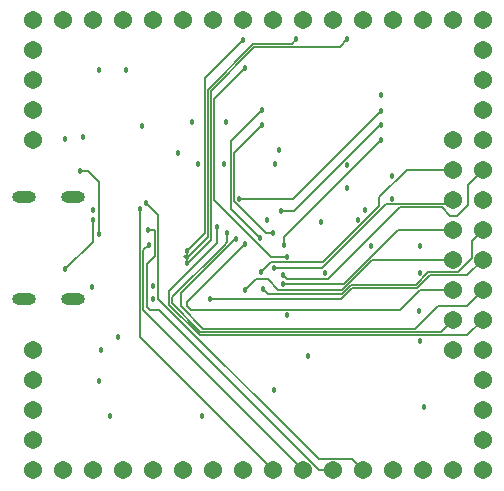
<source format=gbr>
%TF.GenerationSoftware,KiCad,Pcbnew,(6.0.6)*%
%TF.CreationDate,2024-09-09T22:51:05-04:00*%
%TF.ProjectId,ta-expt-v2,74612d65-7870-4742-9d76-322e6b696361,rev?*%
%TF.SameCoordinates,Original*%
%TF.FileFunction,Copper,L4,Bot*%
%TF.FilePolarity,Positive*%
%FSLAX46Y46*%
G04 Gerber Fmt 4.6, Leading zero omitted, Abs format (unit mm)*
G04 Created by KiCad (PCBNEW (6.0.6)) date 2024-09-09 22:51:05*
%MOMM*%
%LPD*%
G01*
G04 APERTURE LIST*
%TA.AperFunction,ComponentPad*%
%ADD10O,2.000000X1.000000*%
%TD*%
%TA.AperFunction,ComponentPad*%
%ADD11C,1.540000*%
%TD*%
%TA.AperFunction,ViaPad*%
%ADD12C,0.457200*%
%TD*%
%TA.AperFunction,Conductor*%
%ADD13C,0.127000*%
%TD*%
G04 APERTURE END LIST*
D10*
%TO.P,J9,M1*%
%TO.N,N/C*%
X139339995Y-103937800D03*
%TO.P,J9,M2*%
X139339995Y-112577800D03*
%TO.P,J9,M3*%
X135159995Y-103937800D03*
%TO.P,J9,M4*%
X135159995Y-112577800D03*
%TD*%
D11*
%TO.P,J1,1,Pin_1*%
%TO.N,unconnected-(J1-Pad1)*%
X135950000Y-88950000D03*
%TO.P,J1,2,Pin_2*%
%TO.N,unconnected-(J1-Pad2)*%
X138490000Y-88950000D03*
%TO.P,J1,3,Pin_3*%
%TO.N,GND*%
X141030000Y-88950000D03*
%TO.P,J1,4,Pin_4*%
%TO.N,unconnected-(J1-Pad4)*%
X143570000Y-88950000D03*
%TO.P,J1,5,Pin_5*%
%TO.N,unconnected-(J1-Pad5)*%
X146110000Y-88950000D03*
%TO.P,J1,6,Pin_6*%
%TO.N,unconnected-(J1-Pad6)*%
X148650000Y-88950000D03*
%TO.P,J1,7,Pin_7*%
%TO.N,/NRST*%
X151190000Y-88950000D03*
%TO.P,J1,8,Pin_8*%
%TO.N,/USART1_CK*%
X153730000Y-88950000D03*
%TO.P,J1,9,Pin_9*%
%TO.N,/USART1_CTS*%
X156270000Y-88950000D03*
%TO.P,J1,10,Pin_10*%
%TO.N,/USART1_TX*%
X158810000Y-88950000D03*
%TO.P,J1,11,Pin_11*%
%TO.N,/USART1_RX*%
X161350000Y-88950000D03*
%TO.P,J1,12,Pin_12*%
%TO.N,/USART1_RTS*%
X163890000Y-88950000D03*
%TO.P,J1,13,Pin_13*%
%TO.N,unconnected-(J1-Pad13)*%
X166430000Y-88950000D03*
%TO.P,J1,14,Pin_14*%
%TO.N,unconnected-(J1-Pad14)*%
X168970000Y-88950000D03*
%TO.P,J1,15,Pin_15*%
%TO.N,unconnected-(J1-Pad15)*%
X171510000Y-88950000D03*
%TO.P,J1,16,Pin_16*%
%TO.N,unconnected-(J1-Pad16)*%
X174050000Y-88950000D03*
%TD*%
%TO.P,J4,1,Pin_1*%
%TO.N,VDD*%
X135950000Y-116890000D03*
%TO.P,J4,2,Pin_2*%
%TO.N,GND*%
X135950000Y-119430000D03*
%TO.P,J4,3,Pin_3*%
%TO.N,/SWDIO*%
X135950000Y-121970000D03*
%TO.P,J4,4,Pin_4*%
%TO.N,/SWCLK*%
X135950000Y-124510000D03*
%TD*%
%TO.P,J8,1,Pin_1*%
%TO.N,/DCMI_D0*%
X174040800Y-114300000D03*
%TO.P,J8,2,Pin_2*%
%TO.N,/DCMI_D1*%
X171500800Y-114300000D03*
%TO.P,J8,3,Pin_3*%
%TO.N,/DCMI_D2*%
X174040800Y-111760000D03*
%TO.P,J8,4,Pin_4*%
%TO.N,/DCMI_D3*%
X171500800Y-111760000D03*
%TO.P,J8,5,Pin_5*%
%TO.N,/DCMI_D4*%
X174040800Y-109220000D03*
%TO.P,J8,6,Pin_6*%
%TO.N,/DCMI_D5*%
X171500800Y-109220000D03*
%TO.P,J8,7,Pin_7*%
%TO.N,/DCMI_D6*%
X174040800Y-106680000D03*
%TO.P,J8,8,Pin_8*%
%TO.N,/DCMI_D7*%
X171500800Y-106680000D03*
%TO.P,J8,9,Pin_9*%
%TO.N,unconnected-(J8-Pad9)*%
X174040800Y-104140000D03*
%TO.P,J8,10,Pin_10*%
%TO.N,/DCMI_PIXCLK*%
X171500800Y-104140000D03*
%TO.P,J8,11,Pin_11*%
%TO.N,/DCMI_HSYNC*%
X174040800Y-101600000D03*
%TO.P,J8,12,Pin_12*%
%TO.N,/DCMI_VSYNC*%
X171500800Y-101600000D03*
%TD*%
%TO.P,J3,1,Pin_1*%
%TO.N,unconnected-(J3-Pad1)*%
X135950000Y-99110000D03*
%TO.P,J3,2,Pin_2*%
%TO.N,GND*%
X135950000Y-96570000D03*
%TO.P,J3,3,Pin_3*%
%TO.N,unconnected-(J3-Pad3)*%
X135950000Y-94030000D03*
%TO.P,J3,4,Pin_4*%
%TO.N,unconnected-(J3-Pad4)*%
X135950000Y-91490000D03*
%TD*%
%TO.P,J5,1,Pin_1*%
%TO.N,unconnected-(J5-Pad1)*%
X171510000Y-99110000D03*
%TO.P,J5,2,Pin_2*%
%TO.N,unconnected-(J5-Pad2)*%
X174050000Y-99110000D03*
%TO.P,J5,3,Pin_3*%
%TO.N,unconnected-(J5-Pad3)*%
X174050000Y-96570000D03*
%TO.P,J5,4,Pin_4*%
%TO.N,unconnected-(J5-Pad4)*%
X174050000Y-94030000D03*
%TO.P,J5,5,Pin_5*%
%TO.N,unconnected-(J5-Pad5)*%
X174050000Y-91490000D03*
%TD*%
%TO.P,J2,1,Pin_1*%
%TO.N,unconnected-(J2-Pad1)*%
X135950000Y-127050000D03*
%TO.P,J2,2,Pin_2*%
%TO.N,unconnected-(J2-Pad2)*%
X138490000Y-127050000D03*
%TO.P,J2,3,Pin_3*%
%TO.N,unconnected-(J2-Pad3)*%
X141030000Y-127050000D03*
%TO.P,J2,4,Pin_4*%
%TO.N,unconnected-(J2-Pad4)*%
X143570000Y-127050000D03*
%TO.P,J2,5,Pin_5*%
%TO.N,unconnected-(J2-Pad5)*%
X146110000Y-127050000D03*
%TO.P,J2,6,Pin_6*%
%TO.N,unconnected-(J2-Pad6)*%
X148650000Y-127050000D03*
%TO.P,J2,7,Pin_7*%
%TO.N,unconnected-(J2-Pad7)*%
X151190000Y-127050000D03*
%TO.P,J2,8,Pin_8*%
%TO.N,/BOOT0*%
X153730000Y-127050000D03*
%TO.P,J2,9,Pin_9*%
%TO.N,/LPUART_CTS*%
X156270000Y-127050000D03*
%TO.P,J2,10,Pin_10*%
%TO.N,/LPUART_TX*%
X158810000Y-127050000D03*
%TO.P,J2,11,Pin_11*%
%TO.N,/LPUART_RX*%
X161350000Y-127050000D03*
%TO.P,J2,12,Pin_12*%
%TO.N,/LPUART_RTS*%
X163890000Y-127050000D03*
%TO.P,J2,13,Pin_13*%
%TO.N,unconnected-(J2-Pad13)*%
X166430000Y-127050000D03*
%TO.P,J2,14,Pin_14*%
%TO.N,unconnected-(J2-Pad14)*%
X168970000Y-127050000D03*
%TO.P,J2,15,Pin_15*%
%TO.N,unconnected-(J2-Pad15)*%
X171510000Y-127050000D03*
%TO.P,J2,16,Pin_16*%
%TO.N,unconnected-(J2-Pad16)*%
X174050000Y-127050000D03*
%TD*%
%TO.P,J6,1,Pin_1*%
%TO.N,unconnected-(J6-Pad1)*%
X171500000Y-116890000D03*
%TO.P,J6,2,Pin_2*%
%TO.N,unconnected-(J6-Pad2)*%
X174040000Y-116890000D03*
%TO.P,J6,3,Pin_3*%
%TO.N,GND*%
X174040000Y-119430000D03*
%TO.P,J6,4,Pin_4*%
%TO.N,unconnected-(J6-Pad4)*%
X174040000Y-121970000D03*
%TO.P,J6,5,Pin_5*%
%TO.N,unconnected-(J6-Pad5)*%
X174040000Y-124510000D03*
%TD*%
D12*
%TO.N,GND*%
X142443200Y-122478800D03*
X160324800Y-106019600D03*
X168706800Y-108051600D03*
X140208000Y-98856800D03*
X138684000Y-99009200D03*
X168656000Y-113538000D03*
X143814800Y-93167200D03*
X156768800Y-99923600D03*
X168706800Y-116078000D03*
X149402800Y-97536000D03*
X168706800Y-110337600D03*
X164541200Y-108051600D03*
X156362400Y-120243600D03*
X152298400Y-97586800D03*
X169062400Y-121666000D03*
X166319200Y-104089200D03*
X149910800Y-101142800D03*
X150266400Y-122478800D03*
X141020800Y-105054400D03*
X141528800Y-93167200D03*
X146100800Y-111455200D03*
X166319200Y-102158800D03*
X159258000Y-117348000D03*
X160629600Y-110388400D03*
X143154400Y-115773200D03*
X162560000Y-103124000D03*
X163423600Y-105867200D03*
X162560000Y-101244400D03*
X140970000Y-111506000D03*
X156413200Y-101142800D03*
%TO.N,/VDD_FILT*%
X148183600Y-100177600D03*
X165404800Y-95300800D03*
X155752800Y-105867200D03*
X141732000Y-116890800D03*
X146100800Y-112522000D03*
X141528800Y-119481600D03*
X152146000Y-101092000D03*
X157480000Y-113944400D03*
X164033200Y-105054400D03*
X145135600Y-97942400D03*
%TO.N,/NRST*%
X157480000Y-108966000D03*
X153924000Y-92964000D03*
%TO.N,/VBUS*%
X138684000Y-110032800D03*
X141020800Y-105867200D03*
%TO.N,/DCMI_D7*%
X157073600Y-111252000D03*
%TO.N,/DCMI_D6*%
X155448000Y-111709200D03*
%TO.N,/DCMI_VSYNC*%
X155244800Y-110236000D03*
%TO.N,/DCMI_D5*%
X153924000Y-111760000D03*
%TO.N,/DCMI_D4*%
X150926800Y-112572800D03*
%TO.N,/USART1_RX*%
X148945600Y-109474000D03*
X162560000Y-90576400D03*
%TO.N,/USART1_TX*%
X148945600Y-108966000D03*
X158242000Y-90576400D03*
%TO.N,/USART1_CK*%
X148945600Y-108458000D03*
X153720800Y-90627200D03*
%TO.N,/DCMI_D3*%
X153873200Y-107899200D03*
%TO.N,/DCMI_D2*%
X153111200Y-107442000D03*
%TO.N,/DCMI_D1*%
X152400000Y-106934000D03*
%TO.N,/DCMI_D0*%
X151536400Y-106476800D03*
%TO.N,/LPUART_CTS*%
X144983200Y-104952800D03*
%TO.N,/LPUART_RTS*%
X145542000Y-104444800D03*
%TO.N,/LPUART_TX*%
X145719800Y-107975400D03*
%TO.N,/LPUART_RX*%
X145643600Y-106680000D03*
%TO.N,/QUADSPI_BK2_IO3*%
X153416000Y-104089200D03*
X165404800Y-96621600D03*
%TO.N,/DCMI_PIXCLK*%
X156362400Y-109931200D03*
%TO.N,/DCMI_HSYNC*%
X157073600Y-110490000D03*
%TO.N,/QUADSPI_CLK*%
X156921200Y-105105200D03*
X165404800Y-97840800D03*
%TO.N,/QUADSPI_BK2_IO2*%
X156260800Y-106984800D03*
X155295600Y-97840800D03*
%TO.N,/QUADSPI_BK2_IO1*%
X155168600Y-107416600D03*
X155295600Y-96570800D03*
%TO.N,/QUADSPI_BK2_IO0*%
X165404800Y-99110800D03*
X157175200Y-107950000D03*
%TO.N,Net-(J9-PadA5)*%
X141528800Y-107035600D03*
X139903200Y-101701600D03*
%TD*%
D13*
%TO.N,/NRST*%
X157480000Y-108966000D02*
X156066754Y-108966000D01*
X151282400Y-104181646D02*
X151282400Y-95605600D01*
X156066754Y-108966000D02*
X151282400Y-104181646D01*
X151282400Y-95605600D02*
X153924000Y-92964000D01*
%TO.N,/VBUS*%
X141020800Y-107696000D02*
X141020800Y-105867200D01*
X138684000Y-110032800D02*
X141020800Y-107696000D01*
%TO.N,/DCMI_D7*%
X162255200Y-111252000D02*
X166827200Y-106680000D01*
X157073600Y-111252000D02*
X162255200Y-111252000D01*
X166827200Y-106680000D02*
X171500800Y-106680000D01*
%TO.N,/DCMI_D6*%
X174040800Y-106680000D02*
X173080300Y-107640500D01*
X169468800Y-110286800D02*
X169408846Y-110286800D01*
X169408846Y-110286800D02*
X168338436Y-111357210D01*
X155861620Y-112122820D02*
X155448000Y-111709200D01*
X173080300Y-107640500D02*
X173080300Y-109113700D01*
X162102800Y-112122820D02*
X157625180Y-112122820D01*
X168338436Y-111357210D02*
X162868410Y-111357210D01*
X157625180Y-112122820D02*
X155861620Y-112122820D01*
X172008800Y-110185200D02*
X171907200Y-110286800D01*
X162868410Y-111357210D02*
X162102800Y-112122820D01*
X173080300Y-109113700D02*
X172008800Y-110185200D01*
X171907200Y-110286800D02*
X169468800Y-110286800D01*
%TO.N,/DCMI_VSYNC*%
X160515546Y-109426500D02*
X165252400Y-104689646D01*
X167589200Y-101600000D02*
X171500800Y-101600000D01*
X155244800Y-110236000D02*
X156054300Y-109426500D01*
X156054300Y-109426500D02*
X160515546Y-109426500D01*
X165252400Y-103936800D02*
X167589200Y-101600000D01*
X165252400Y-104689646D02*
X165252400Y-103936800D01*
%TO.N,/DCMI_D5*%
X162106410Y-111760000D02*
X156667200Y-111760000D01*
X164646410Y-109220000D02*
X162106410Y-111760000D01*
X154787600Y-110896400D02*
X153924000Y-111760000D01*
X155803600Y-110896400D02*
X154787600Y-110896400D01*
X171500800Y-109220000D02*
X164646410Y-109220000D01*
X156667200Y-111760000D02*
X155803600Y-110896400D01*
%TO.N,/DCMI_D4*%
X162973620Y-111611210D02*
X162387615Y-112197215D01*
X172720000Y-110540800D02*
X169519600Y-110540800D01*
X168300400Y-111611210D02*
X162973620Y-111611210D01*
X162387615Y-112197215D02*
X162012030Y-112572800D01*
X168449190Y-111611210D02*
X168300400Y-111611210D01*
X169519600Y-110540800D02*
X168449190Y-111611210D01*
X162012030Y-112572800D02*
X150926800Y-112572800D01*
X174040800Y-109220000D02*
X172720000Y-110540800D01*
%TO.N,/USART1_RX*%
X162560000Y-90576400D02*
X162610800Y-90525600D01*
X160782000Y-91236800D02*
X161899600Y-91236800D01*
X157784800Y-91236800D02*
X160782000Y-91236800D01*
X154689610Y-91236800D02*
X157784800Y-91236800D01*
X150977600Y-94996000D02*
X150977600Y-94948810D01*
X148945600Y-109474000D02*
X149088846Y-109474000D01*
X149088846Y-109474000D02*
X150977600Y-107585246D01*
X161899600Y-91236800D02*
X162560000Y-90576400D01*
X150977600Y-94948810D02*
X154689610Y-91236800D01*
X150977600Y-107585246D02*
X150977600Y-94996000D01*
%TO.N,/USART1_TX*%
X150723600Y-94843600D02*
X154584400Y-90982800D01*
X150723600Y-107331246D02*
X150723600Y-106629200D01*
X149136346Y-108918500D02*
X150723600Y-107331246D01*
X148802354Y-108966000D02*
X148754854Y-108918500D01*
X157835600Y-90982800D02*
X158242000Y-90576400D01*
X154584400Y-90982800D02*
X157835600Y-90982800D01*
X148754854Y-108918500D02*
X149136346Y-108918500D01*
X150723600Y-106629200D02*
X150723600Y-94843600D01*
X150723600Y-106629200D02*
X150723600Y-106476800D01*
X148945600Y-108966000D02*
X148802354Y-108966000D01*
%TO.N,/USART1_CK*%
X150469600Y-106934000D02*
X150469600Y-93878400D01*
X148945600Y-108458000D02*
X150469600Y-106934000D01*
X150469600Y-93878400D02*
X153720800Y-90627200D01*
%TO.N,/DCMI_D3*%
X149348700Y-113483900D02*
X148996400Y-113131600D01*
X168706800Y-111760000D02*
X167944800Y-112522000D01*
X148996400Y-112776000D02*
X153873200Y-107899200D01*
X167944800Y-112522000D02*
X166982900Y-113483900D01*
X171500800Y-111760000D02*
X168706800Y-111760000D01*
X166982900Y-113483900D02*
X149348700Y-113483900D01*
X148996400Y-113131600D02*
X148996400Y-112776000D01*
%TO.N,/DCMI_D2*%
X148437600Y-112068410D02*
X151792205Y-108713805D01*
X150366195Y-115060195D02*
X148437600Y-113131600D01*
X172679548Y-113121252D02*
X170239343Y-113121252D01*
X174040800Y-111760000D02*
X172679548Y-113121252D01*
X170239343Y-113121252D02*
X168300400Y-115060195D01*
X148437600Y-113131600D02*
X148437600Y-112068410D01*
X168300400Y-115060195D02*
X150366195Y-115060195D01*
X153064010Y-107442000D02*
X153111200Y-107442000D01*
X151792205Y-108713805D02*
X153064010Y-107442000D01*
%TO.N,/DCMI_D1*%
X147726400Y-112420400D02*
X152095200Y-108051600D01*
X152400000Y-107746800D02*
X152400000Y-106934000D01*
X147726400Y-112924790D02*
X147726400Y-112776000D01*
X147726400Y-112776000D02*
X147726400Y-112420400D01*
X150115805Y-115314195D02*
X147726400Y-112924790D01*
X152095200Y-108051600D02*
X152400000Y-107746800D01*
X170486605Y-115314195D02*
X150115805Y-115314195D01*
X171500800Y-114300000D02*
X170486605Y-115314195D01*
%TO.N,/DCMI_D0*%
X151536400Y-107848400D02*
X151536400Y-106476800D01*
X147472400Y-111912400D02*
X151536400Y-107848400D01*
X172723300Y-115617500D02*
X150059900Y-115617500D01*
X174040800Y-114300000D02*
X172723300Y-115617500D01*
X150059900Y-115617500D02*
X147472400Y-113030000D01*
X147472400Y-113030000D02*
X147472400Y-111912400D01*
%TO.N,/LPUART_CTS*%
X144983200Y-104952800D02*
X144983200Y-115763200D01*
X144983200Y-115763200D02*
X156270000Y-127050000D01*
%TO.N,/LPUART_RTS*%
X146561300Y-105464100D02*
X145542000Y-104444800D01*
X146561300Y-112525300D02*
X146561300Y-105464100D01*
X162929500Y-126089500D02*
X160125500Y-126089500D01*
X163890000Y-127050000D02*
X162929500Y-126089500D01*
X160125500Y-126089500D02*
X146561300Y-112525300D01*
%TO.N,/LPUART_TX*%
X145719800Y-107975400D02*
X145745200Y-107950000D01*
X145288000Y-108407200D02*
X145719800Y-107975400D01*
X145288000Y-113528000D02*
X145288000Y-113436400D01*
X158810000Y-127050000D02*
X145288000Y-113528000D01*
X145288000Y-113528000D02*
X145288000Y-108407200D01*
%TO.N,/LPUART_RX*%
X161350000Y-127050000D02*
X160168353Y-127050000D01*
X146205700Y-106680000D02*
X145643600Y-106680000D01*
X146307300Y-108911900D02*
X146307300Y-106781600D01*
X145592800Y-109626400D02*
X145948400Y-109270800D01*
X146605553Y-113487200D02*
X145846800Y-113487200D01*
X146307300Y-106781600D02*
X146205700Y-106680000D01*
X145948400Y-109270800D02*
X146307300Y-108911900D01*
X145592800Y-113233200D02*
X145592800Y-109626400D01*
X160168353Y-127050000D02*
X146605553Y-113487200D01*
X145846800Y-113487200D02*
X145592800Y-113233200D01*
%TO.N,/QUADSPI_BK2_IO3*%
X165404800Y-96621600D02*
X157937200Y-104089200D01*
X157937200Y-104089200D02*
X153416000Y-104089200D01*
%TO.N,/DCMI_PIXCLK*%
X160435554Y-109931200D02*
X165817054Y-104549700D01*
X156362400Y-109931200D02*
X160435554Y-109931200D01*
X171091100Y-104549700D02*
X171500800Y-104140000D01*
X165817054Y-104549700D02*
X171091100Y-104549700D01*
%TO.N,/DCMI_HSYNC*%
X160934400Y-110848900D02*
X166979600Y-104803700D01*
X171856400Y-105511600D02*
X172770800Y-104597200D01*
X171246800Y-105511600D02*
X171856400Y-105511600D01*
X172770800Y-102870000D02*
X174040800Y-101600000D01*
X166979600Y-104803700D02*
X170538900Y-104803700D01*
X157432500Y-110848900D02*
X160934400Y-110848900D01*
X172770800Y-104597200D02*
X172770800Y-102870000D01*
X170538900Y-104803700D02*
X171246800Y-105511600D01*
X157073600Y-110490000D02*
X157432500Y-110848900D01*
%TO.N,/QUADSPI_CLK*%
X165312354Y-97840800D02*
X158657554Y-104495600D01*
X158657554Y-104495600D02*
X158047954Y-105105200D01*
X165404800Y-97840800D02*
X165312354Y-97840800D01*
X158047954Y-105105200D02*
X156921200Y-105105200D01*
%TO.N,/QUADSPI_BK2_IO2*%
X155295600Y-97840800D02*
X152955500Y-100180900D01*
X155651200Y-106984800D02*
X156260800Y-106984800D01*
X152955500Y-104289100D02*
X155651200Y-106984800D01*
X152955500Y-100180900D02*
X152955500Y-104289100D01*
%TO.N,/QUADSPI_BK2_IO1*%
X152701500Y-104394310D02*
X152701500Y-104949500D01*
X152701500Y-99164900D02*
X152701500Y-104394310D01*
X155295600Y-96570800D02*
X152701500Y-99164900D01*
X155168600Y-107416600D02*
X155194000Y-107442000D01*
X152701500Y-104949500D02*
X155168600Y-107416600D01*
%TO.N,/QUADSPI_BK2_IO0*%
X165404800Y-99110800D02*
X157175200Y-107340400D01*
X157175200Y-107340400D02*
X157175200Y-107950000D01*
%TO.N,Net-(J9-PadA5)*%
X139903200Y-101701600D02*
X140563600Y-101701600D01*
X141528800Y-102666800D02*
X141528800Y-107035600D01*
X140563600Y-101701600D02*
X141528800Y-102666800D01*
%TD*%
M02*

</source>
